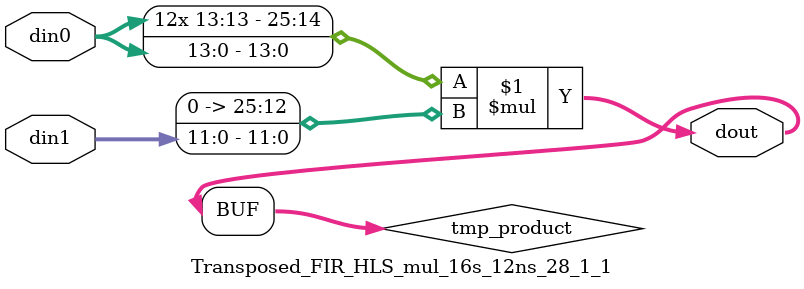
<source format=v>

`timescale 1 ns / 1 ps

 module Transposed_FIR_HLS_mul_16s_12ns_28_1_1(din0, din1, dout);
parameter ID = 1;
parameter NUM_STAGE = 0;
parameter din0_WIDTH = 14;
parameter din1_WIDTH = 12;
parameter dout_WIDTH = 26;

input [din0_WIDTH - 1 : 0] din0; 
input [din1_WIDTH - 1 : 0] din1; 
output [dout_WIDTH - 1 : 0] dout;

wire signed [dout_WIDTH - 1 : 0] tmp_product;


























assign tmp_product = $signed(din0) * $signed({1'b0, din1});









assign dout = tmp_product;





















endmodule

</source>
